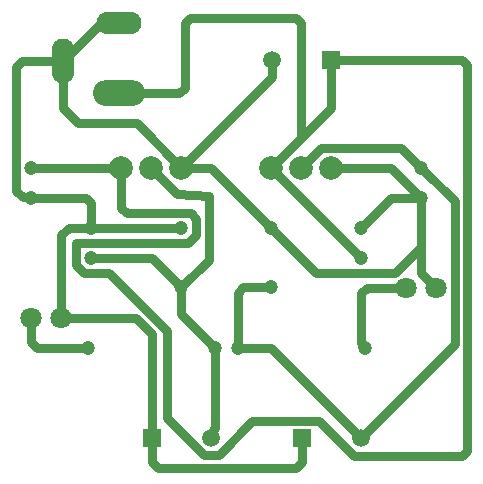
<source format=gbl>
G04*
G04 #@! TF.GenerationSoftware,Altium Limited,Altium Designer,21.1.1 (26)*
G04*
G04 Layer_Physical_Order=2*
G04 Layer_Color=16711680*
%FSLAX42Y42*%
%MOMM*%
G71*
G04*
G04 #@! TF.SameCoordinates,6A6C3286-DEE6-4DC7-8DC0-AF2A02889E3F*
G04*
G04*
G04 #@! TF.FilePolarity,Positive*
G04*
G01*
G75*
%ADD21C,1.80*%
%ADD22O,1.90X3.80*%
%ADD23O,3.80X1.90*%
%ADD24O,4.40X2.20*%
%ADD25C,1.52*%
%ADD26R,1.52X1.52*%
%ADD27C,1.20*%
%ADD28C,2.00*%
%ADD29C,0.80*%
D21*
X254Y1524D02*
D03*
X508D02*
D03*
X3429Y1778D02*
D03*
X3683D02*
D03*
D22*
X522Y3696D02*
D03*
D23*
X1001Y4021D02*
D03*
D24*
Y3425D02*
D03*
D25*
X2290Y3710D02*
D03*
X3044Y508D02*
D03*
X1778D02*
D03*
D26*
X2790Y3710D02*
D03*
X2544Y508D02*
D03*
X1278D02*
D03*
D27*
X3048Y2286D02*
D03*
Y2032D02*
D03*
X2286Y2282D02*
D03*
Y1782D02*
D03*
X762Y2286D02*
D03*
Y2032D02*
D03*
X254Y2540D02*
D03*
Y2794D02*
D03*
X3079Y1270D02*
D03*
X2001D02*
D03*
X731D02*
D03*
X1809D02*
D03*
X3556Y2540D02*
D03*
Y2794D02*
D03*
X1524Y2282D02*
D03*
Y1782D02*
D03*
D28*
X2794Y2794D02*
D03*
X2539D02*
D03*
X2284D02*
D03*
X1524D02*
D03*
X1269D02*
D03*
X1014D02*
D03*
D29*
X1603Y2408D02*
X1649Y2361D01*
X1014Y2455D02*
X1061Y2408D01*
X1649Y2223D02*
Y2361D01*
X1014Y2455D02*
Y2794D01*
X1061Y2408D02*
X1603D01*
X1792Y522D02*
Y573D01*
X1778Y508D02*
X1792Y522D01*
Y573D02*
X1809Y590D01*
Y1270D01*
X254Y1317D02*
Y1524D01*
X301Y1270D02*
X731D01*
X254Y1317D02*
X301Y1270D01*
X731D02*
X731Y1270D01*
X1506Y3425D02*
X1553Y3472D01*
X1001Y3425D02*
X1506D01*
X1553Y3472D02*
Y4017D01*
X522Y3696D02*
X847Y4021D01*
X1001D01*
X1600Y4064D02*
X2493D01*
X1553Y4017D02*
X1600Y4064D01*
X2493D02*
X2540Y4017D01*
Y3050D02*
Y4017D01*
X2001Y1735D02*
X2048Y1782D01*
X2286D01*
X2001Y1270D02*
Y1735D01*
Y1270D02*
X2282D01*
X3095Y1778D02*
X3429D01*
X3048Y1312D02*
X3079Y1281D01*
Y1270D02*
Y1281D01*
X3048Y1312D02*
Y1731D01*
X3095Y1778D01*
X3947Y400D02*
Y3663D01*
X3900Y353D02*
X3947Y400D01*
X2985Y353D02*
X3900D01*
X1278Y301D02*
Y508D01*
X2544Y301D02*
Y508D01*
X1278Y301D02*
X1325Y254D01*
X2497D02*
X2544Y301D01*
X1325Y254D02*
X2497D01*
X1842Y366D02*
X2125Y650D01*
X1402Y679D02*
X1715Y366D01*
X1842D01*
X1278Y508D02*
Y1386D01*
X762Y2286D02*
Y2493D01*
X715Y2540D02*
X762Y2493D01*
X254Y2540D02*
X715D01*
X762Y2286D02*
X762Y2286D01*
X246Y2548D02*
X254Y2540D01*
X127Y2601D02*
X181Y2548D01*
X127Y2601D02*
Y3649D01*
X181Y2548D02*
X246D01*
X3900Y3710D02*
X3947Y3663D01*
X2790Y3710D02*
X3900D01*
X127Y3649D02*
X174Y3696D01*
X522D01*
X3556Y2126D02*
Y2540D01*
Y1905D02*
Y2126D01*
X2540Y3050D02*
X2790Y3300D01*
X2284Y2794D02*
X2540Y3050D01*
X1140Y1524D02*
X1278Y1386D01*
X508Y1524D02*
X1140D01*
X1774Y2794D02*
X2286Y2282D01*
X1524Y2794D02*
X1774D01*
X2794D02*
X3302D01*
X3556Y2540D01*
X2284Y2794D02*
X2596Y2482D01*
X3048Y2032D01*
X1583Y2157D02*
X1649Y2223D01*
X1400Y2157D02*
X1583D01*
X1400Y2157D02*
X1400Y2157D01*
X637Y2157D02*
X1400D01*
X637Y1969D02*
Y2157D01*
Y1969D02*
X700Y1905D01*
X909D01*
X1402Y1412D01*
Y679D02*
Y1412D01*
X2125Y650D02*
X2687D01*
X2985Y353D01*
X1524Y1782D02*
X1755Y2013D01*
Y2551D01*
X1490Y2573D02*
X1755Y2551D01*
X1269Y2794D02*
X1490Y2573D01*
X762Y2032D02*
X1274D01*
X1524Y1782D01*
X3388Y2962D02*
X3556Y2794D01*
X2707Y2962D02*
X3388D01*
X2539Y2794D02*
X2707Y2962D01*
X508Y1524D02*
Y2223D01*
X572Y2286D01*
X762D01*
X1148Y3170D02*
X1524Y2794D01*
X654Y3170D02*
X1148D01*
X522Y3302D02*
X654Y3170D01*
X522Y3302D02*
Y3696D01*
X3302Y2540D02*
X3556D01*
X3048Y2286D02*
X3302Y2540D01*
X2290Y3560D02*
Y3710D01*
X1524Y2794D02*
X2290Y3560D01*
X766Y2282D02*
X1524D01*
X762Y2286D02*
X766Y2282D01*
X3332Y1902D02*
X3556Y2126D01*
X2666Y1902D02*
X3332D01*
X2286Y2282D02*
X2666Y1902D01*
X3556Y1905D02*
X3683Y1778D01*
X3044Y508D02*
X3840Y1304D01*
Y2510D01*
X3556Y2794D02*
X3840Y2510D01*
X1524Y1555D02*
Y1782D01*
Y1555D02*
X1809Y1270D01*
X2282D02*
X3044Y508D01*
X2790Y3300D02*
Y3710D01*
X254Y2794D02*
X1014D01*
M02*

</source>
